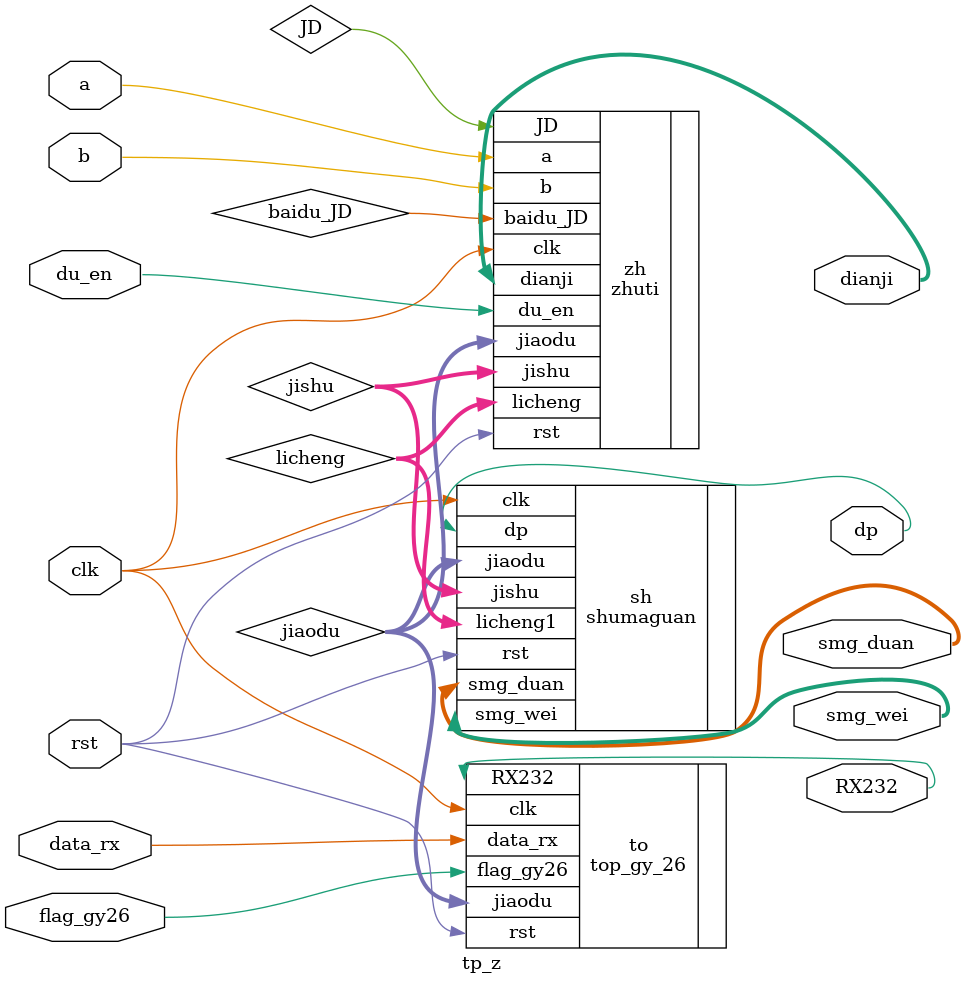
<source format=v>
module tp_z(

clk,rst,du_en,flag_gy26,data_rx,RX232,smg_duan,smg_wei,dp,a,b,dianji
    );
	input	clk;
	input	rst;
	input	du_en;
	input	a;
	input	b;
    input	flag_gy26;
	input	data_rx;
	
	output 	RX232;
	output 	[1:0]dianji;
	output 	[6:0]smg_duan;
	output 	[3:0]smg_wei;
	output 	dp;
	
	
	wire [9:0]jiaodu;
	wire [60:0]jishu;
	wire rst;
	
	wire [7:0]licheng;
	
	  //wire [9:0]jiaodu;

shumaguan sh (
    .jishu(jishu), 
	.jiaodu(jiaodu),
    .clk(clk), 
    .smg_duan(smg_duan), 
    .smg_wei(smg_wei), 
    .dp(dp), 
    .rst(rst),
	.licheng1(licheng)
    );
zhuti zh (
    .clk(clk), 
    .rst(rst), 
    .du_en(du_en), 
    .a(a), 
    .b(b), 
    .jiaodu(jiaodu), 
    .dianji(dianji), 
	.baidu_JD(baidu_JD),
    .jishu(jishu), 
    .JD(JD),
	.licheng(licheng)
    );
top_gy_26 to (
    .flag_gy26(flag_gy26), 
    .clk(clk), 
    .rst(rst), 
    .data_rx(data_rx), 
    .jiaodu(jiaodu), 
    .RX232(RX232)
    );

/*top to (
    .clk(clk), 
    .rst(rst), 
    .a(a), 
    .b(b), 
    .smg_duan(smg_duan), 
    .smg_wei(smg_wei), 
    .dp(dp), 
    .turn1(turn1), 
    .key1(key1), 
    .key2(key2)
    );*/


endmodule

</source>
